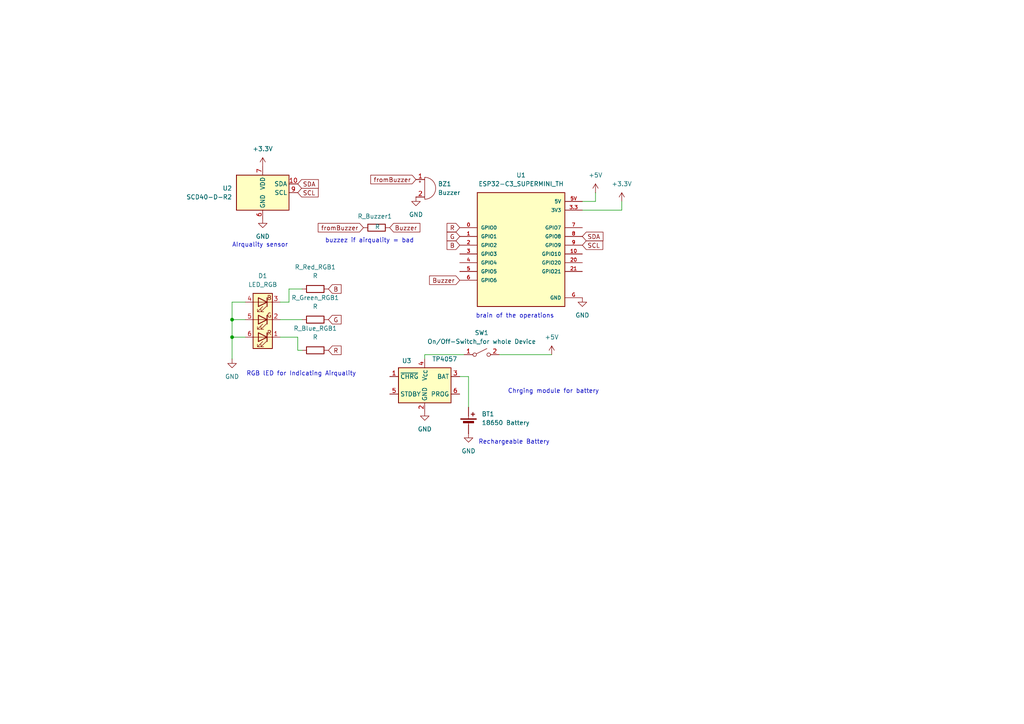
<source format=kicad_sch>
(kicad_sch
	(version 20250114)
	(generator "eeschema")
	(generator_version "9.0")
	(uuid "45a401b7-582f-4204-a86b-5648455f4628")
	(paper "A4")
	(lib_symbols
		(symbol "Battery_Management:TP4057"
			(exclude_from_sim no)
			(in_bom yes)
			(on_board yes)
			(property "Reference" "U"
				(at -6.35 6.604 0)
				(effects
					(font
						(size 1.27 1.27)
					)
				)
			)
			(property "Value" "TP4057"
				(at 1.524 6.604 0)
				(effects
					(font
						(size 1.27 1.27)
					)
					(justify left)
				)
			)
			(property "Footprint" "Package_TO_SOT_SMD:TSOT-23-6"
				(at 0 -12.7 0)
				(effects
					(font
						(size 1.27 1.27)
					)
					(hide yes)
				)
			)
			(property "Datasheet" "http://toppwr.com/uploadfile/file/20230304/640302a47b738.pdf"
				(at 0 -2.54 0)
				(effects
					(font
						(size 1.27 1.27)
					)
					(hide yes)
				)
			)
			(property "Description" "Constant-current/constant-voltage linear charger for single cell lithium-ion batteries with 2.9V Trickle Charge, 4.5V to 6.5V VDD, -40 to +85 degree Celsius, TSOT-23-6"
				(at 0 0 0)
				(effects
					(font
						(size 1.27 1.27)
					)
					(hide yes)
				)
			)
			(property "ki_keywords" "Constant-current constant-voltage linear charger single-cell lithium-ion battery"
				(at 0 0 0)
				(effects
					(font
						(size 1.27 1.27)
					)
					(hide yes)
				)
			)
			(property "ki_fp_filters" "TSOT?23*"
				(at 0 0 0)
				(effects
					(font
						(size 1.27 1.27)
					)
					(hide yes)
				)
			)
			(symbol "TP4057_0_1"
				(rectangle
					(start -7.62 5.08)
					(end 7.62 -5.08)
					(stroke
						(width 0.254)
						(type default)
					)
					(fill
						(type background)
					)
				)
			)
			(symbol "TP4057_1_1"
				(pin open_collector line
					(at -10.16 2.54 0)
					(length 2.54)
					(name "~{CHRG}"
						(effects
							(font
								(size 1.27 1.27)
							)
						)
					)
					(number "1"
						(effects
							(font
								(size 1.27 1.27)
							)
						)
					)
				)
				(pin open_collector line
					(at -10.16 -2.54 0)
					(length 2.54)
					(name "STDBY"
						(effects
							(font
								(size 1.27 1.27)
							)
						)
					)
					(number "5"
						(effects
							(font
								(size 1.27 1.27)
							)
						)
					)
				)
				(pin power_in line
					(at 0 7.62 270)
					(length 2.54)
					(name "V_{CC}"
						(effects
							(font
								(size 1.27 1.27)
							)
						)
					)
					(number "4"
						(effects
							(font
								(size 1.27 1.27)
							)
						)
					)
				)
				(pin power_in line
					(at 0 -7.62 90)
					(length 2.54)
					(name "GND"
						(effects
							(font
								(size 1.27 1.27)
							)
						)
					)
					(number "2"
						(effects
							(font
								(size 1.27 1.27)
							)
						)
					)
				)
				(pin power_out line
					(at 10.16 2.54 180)
					(length 2.54)
					(name "BAT"
						(effects
							(font
								(size 1.27 1.27)
							)
						)
					)
					(number "3"
						(effects
							(font
								(size 1.27 1.27)
							)
						)
					)
				)
				(pin passive line
					(at 10.16 -2.54 180)
					(length 2.54)
					(name "PROG"
						(effects
							(font
								(size 1.27 1.27)
							)
						)
					)
					(number "6"
						(effects
							(font
								(size 1.27 1.27)
							)
						)
					)
				)
			)
			(embedded_fonts no)
		)
		(symbol "Device:Battery_Cell"
			(pin_numbers
				(hide yes)
			)
			(pin_names
				(offset 0)
				(hide yes)
			)
			(exclude_from_sim no)
			(in_bom yes)
			(on_board yes)
			(property "Reference" "BT"
				(at 2.54 2.54 0)
				(effects
					(font
						(size 1.27 1.27)
					)
					(justify left)
				)
			)
			(property "Value" "Battery_Cell"
				(at 2.54 0 0)
				(effects
					(font
						(size 1.27 1.27)
					)
					(justify left)
				)
			)
			(property "Footprint" ""
				(at 0 1.524 90)
				(effects
					(font
						(size 1.27 1.27)
					)
					(hide yes)
				)
			)
			(property "Datasheet" "~"
				(at 0 1.524 90)
				(effects
					(font
						(size 1.27 1.27)
					)
					(hide yes)
				)
			)
			(property "Description" "Single-cell battery"
				(at 0 0 0)
				(effects
					(font
						(size 1.27 1.27)
					)
					(hide yes)
				)
			)
			(property "ki_keywords" "battery cell"
				(at 0 0 0)
				(effects
					(font
						(size 1.27 1.27)
					)
					(hide yes)
				)
			)
			(symbol "Battery_Cell_0_1"
				(rectangle
					(start -2.286 1.778)
					(end 2.286 1.524)
					(stroke
						(width 0)
						(type default)
					)
					(fill
						(type outline)
					)
				)
				(rectangle
					(start -1.524 1.016)
					(end 1.524 0.508)
					(stroke
						(width 0)
						(type default)
					)
					(fill
						(type outline)
					)
				)
				(polyline
					(pts
						(xy 0 1.778) (xy 0 2.54)
					)
					(stroke
						(width 0)
						(type default)
					)
					(fill
						(type none)
					)
				)
				(polyline
					(pts
						(xy 0 0.762) (xy 0 0)
					)
					(stroke
						(width 0)
						(type default)
					)
					(fill
						(type none)
					)
				)
				(polyline
					(pts
						(xy 0.762 3.048) (xy 1.778 3.048)
					)
					(stroke
						(width 0.254)
						(type default)
					)
					(fill
						(type none)
					)
				)
				(polyline
					(pts
						(xy 1.27 3.556) (xy 1.27 2.54)
					)
					(stroke
						(width 0.254)
						(type default)
					)
					(fill
						(type none)
					)
				)
			)
			(symbol "Battery_Cell_1_1"
				(pin passive line
					(at 0 5.08 270)
					(length 2.54)
					(name "+"
						(effects
							(font
								(size 1.27 1.27)
							)
						)
					)
					(number "1"
						(effects
							(font
								(size 1.27 1.27)
							)
						)
					)
				)
				(pin passive line
					(at 0 -2.54 90)
					(length 2.54)
					(name "-"
						(effects
							(font
								(size 1.27 1.27)
							)
						)
					)
					(number "2"
						(effects
							(font
								(size 1.27 1.27)
							)
						)
					)
				)
			)
			(embedded_fonts no)
		)
		(symbol "Device:Buzzer"
			(pin_names
				(offset 0.0254)
				(hide yes)
			)
			(exclude_from_sim no)
			(in_bom yes)
			(on_board yes)
			(property "Reference" "BZ"
				(at 3.81 1.27 0)
				(effects
					(font
						(size 1.27 1.27)
					)
					(justify left)
				)
			)
			(property "Value" "Buzzer"
				(at 3.81 -1.27 0)
				(effects
					(font
						(size 1.27 1.27)
					)
					(justify left)
				)
			)
			(property "Footprint" ""
				(at -0.635 2.54 90)
				(effects
					(font
						(size 1.27 1.27)
					)
					(hide yes)
				)
			)
			(property "Datasheet" "~"
				(at -0.635 2.54 90)
				(effects
					(font
						(size 1.27 1.27)
					)
					(hide yes)
				)
			)
			(property "Description" "Buzzer, polarized"
				(at 0 0 0)
				(effects
					(font
						(size 1.27 1.27)
					)
					(hide yes)
				)
			)
			(property "ki_keywords" "quartz resonator ceramic"
				(at 0 0 0)
				(effects
					(font
						(size 1.27 1.27)
					)
					(hide yes)
				)
			)
			(property "ki_fp_filters" "*Buzzer*"
				(at 0 0 0)
				(effects
					(font
						(size 1.27 1.27)
					)
					(hide yes)
				)
			)
			(symbol "Buzzer_0_1"
				(polyline
					(pts
						(xy -1.651 1.905) (xy -1.143 1.905)
					)
					(stroke
						(width 0)
						(type default)
					)
					(fill
						(type none)
					)
				)
				(polyline
					(pts
						(xy -1.397 2.159) (xy -1.397 1.651)
					)
					(stroke
						(width 0)
						(type default)
					)
					(fill
						(type none)
					)
				)
				(arc
					(start 0 3.175)
					(mid 3.1612 0)
					(end 0 -3.175)
					(stroke
						(width 0)
						(type default)
					)
					(fill
						(type none)
					)
				)
				(polyline
					(pts
						(xy 0 3.175) (xy 0 -3.175)
					)
					(stroke
						(width 0)
						(type default)
					)
					(fill
						(type none)
					)
				)
			)
			(symbol "Buzzer_1_1"
				(pin passive line
					(at -2.54 2.54 0)
					(length 2.54)
					(name "+"
						(effects
							(font
								(size 1.27 1.27)
							)
						)
					)
					(number "1"
						(effects
							(font
								(size 1.27 1.27)
							)
						)
					)
				)
				(pin passive line
					(at -2.54 -2.54 0)
					(length 2.54)
					(name "-"
						(effects
							(font
								(size 1.27 1.27)
							)
						)
					)
					(number "2"
						(effects
							(font
								(size 1.27 1.27)
							)
						)
					)
				)
			)
			(embedded_fonts no)
		)
		(symbol "Device:LED_RGB"
			(pin_names
				(offset 0)
				(hide yes)
			)
			(exclude_from_sim no)
			(in_bom yes)
			(on_board yes)
			(property "Reference" "D"
				(at 0 9.398 0)
				(effects
					(font
						(size 1.27 1.27)
					)
				)
			)
			(property "Value" "LED_RGB"
				(at 0 -8.89 0)
				(effects
					(font
						(size 1.27 1.27)
					)
				)
			)
			(property "Footprint" ""
				(at 0 -1.27 0)
				(effects
					(font
						(size 1.27 1.27)
					)
					(hide yes)
				)
			)
			(property "Datasheet" "~"
				(at 0 -1.27 0)
				(effects
					(font
						(size 1.27 1.27)
					)
					(hide yes)
				)
			)
			(property "Description" "RGB LED, 6 pin package"
				(at 0 0 0)
				(effects
					(font
						(size 1.27 1.27)
					)
					(hide yes)
				)
			)
			(property "ki_keywords" "LED RGB diode"
				(at 0 0 0)
				(effects
					(font
						(size 1.27 1.27)
					)
					(hide yes)
				)
			)
			(property "ki_fp_filters" "LED* LED_SMD:* LED_THT:*"
				(at 0 0 0)
				(effects
					(font
						(size 1.27 1.27)
					)
					(hide yes)
				)
			)
			(symbol "LED_RGB_0_0"
				(text "R"
					(at -1.905 3.81 0)
					(effects
						(font
							(size 1.27 1.27)
						)
					)
				)
				(text "G"
					(at -1.905 -1.27 0)
					(effects
						(font
							(size 1.27 1.27)
						)
					)
				)
				(text "B"
					(at -1.905 -6.35 0)
					(effects
						(font
							(size 1.27 1.27)
						)
					)
				)
			)
			(symbol "LED_RGB_0_1"
				(polyline
					(pts
						(xy -1.27 6.35) (xy -1.27 3.81)
					)
					(stroke
						(width 0.254)
						(type default)
					)
					(fill
						(type none)
					)
				)
				(polyline
					(pts
						(xy -1.27 6.35) (xy -1.27 3.81) (xy -1.27 3.81)
					)
					(stroke
						(width 0)
						(type default)
					)
					(fill
						(type none)
					)
				)
				(polyline
					(pts
						(xy -1.27 5.08) (xy -2.54 5.08)
					)
					(stroke
						(width 0)
						(type default)
					)
					(fill
						(type none)
					)
				)
				(polyline
					(pts
						(xy -1.27 5.08) (xy 1.27 5.08)
					)
					(stroke
						(width 0)
						(type default)
					)
					(fill
						(type none)
					)
				)
				(polyline
					(pts
						(xy -1.27 1.27) (xy -1.27 -1.27)
					)
					(stroke
						(width 0.254)
						(type default)
					)
					(fill
						(type none)
					)
				)
				(polyline
					(pts
						(xy -1.27 1.27) (xy -1.27 -1.27) (xy -1.27 -1.27)
					)
					(stroke
						(width 0)
						(type default)
					)
					(fill
						(type none)
					)
				)
				(polyline
					(pts
						(xy -1.27 0) (xy -2.54 0)
					)
					(stroke
						(width 0)
						(type default)
					)
					(fill
						(type none)
					)
				)
				(polyline
					(pts
						(xy -1.27 -3.81) (xy -1.27 -6.35)
					)
					(stroke
						(width 0.254)
						(type default)
					)
					(fill
						(type none)
					)
				)
				(polyline
					(pts
						(xy -1.27 -5.08) (xy -2.54 -5.08)
					)
					(stroke
						(width 0)
						(type default)
					)
					(fill
						(type none)
					)
				)
				(polyline
					(pts
						(xy -1.27 -5.08) (xy 1.27 -5.08)
					)
					(stroke
						(width 0)
						(type default)
					)
					(fill
						(type none)
					)
				)
				(polyline
					(pts
						(xy -1.016 6.35) (xy 0.508 7.874) (xy -0.254 7.874) (xy 0.508 7.874) (xy 0.508 7.112)
					)
					(stroke
						(width 0)
						(type default)
					)
					(fill
						(type none)
					)
				)
				(polyline
					(pts
						(xy -1.016 1.27) (xy 0.508 2.794) (xy -0.254 2.794) (xy 0.508 2.794) (xy 0.508 2.032)
					)
					(stroke
						(width 0)
						(type default)
					)
					(fill
						(type none)
					)
				)
				(polyline
					(pts
						(xy -1.016 -3.81) (xy 0.508 -2.286) (xy -0.254 -2.286) (xy 0.508 -2.286) (xy 0.508 -3.048)
					)
					(stroke
						(width 0)
						(type default)
					)
					(fill
						(type none)
					)
				)
				(polyline
					(pts
						(xy 0 6.35) (xy 1.524 7.874) (xy 0.762 7.874) (xy 1.524 7.874) (xy 1.524 7.112)
					)
					(stroke
						(width 0)
						(type default)
					)
					(fill
						(type none)
					)
				)
				(polyline
					(pts
						(xy 0 1.27) (xy 1.524 2.794) (xy 0.762 2.794) (xy 1.524 2.794) (xy 1.524 2.032)
					)
					(stroke
						(width 0)
						(type default)
					)
					(fill
						(type none)
					)
				)
				(polyline
					(pts
						(xy 0 -3.81) (xy 1.524 -2.286) (xy 0.762 -2.286) (xy 1.524 -2.286) (xy 1.524 -3.048)
					)
					(stroke
						(width 0)
						(type default)
					)
					(fill
						(type none)
					)
				)
				(polyline
					(pts
						(xy 1.27 6.35) (xy 1.27 3.81) (xy -1.27 5.08) (xy 1.27 6.35)
					)
					(stroke
						(width 0.254)
						(type default)
					)
					(fill
						(type none)
					)
				)
				(rectangle
					(start 1.27 6.35)
					(end 1.27 6.35)
					(stroke
						(width 0)
						(type default)
					)
					(fill
						(type none)
					)
				)
				(polyline
					(pts
						(xy 1.27 5.08) (xy 2.54 5.08)
					)
					(stroke
						(width 0)
						(type default)
					)
					(fill
						(type none)
					)
				)
				(rectangle
					(start 1.27 3.81)
					(end 1.27 6.35)
					(stroke
						(width 0)
						(type default)
					)
					(fill
						(type none)
					)
				)
				(polyline
					(pts
						(xy 1.27 1.27) (xy 1.27 -1.27) (xy -1.27 0) (xy 1.27 1.27)
					)
					(stroke
						(width 0.254)
						(type default)
					)
					(fill
						(type none)
					)
				)
				(rectangle
					(start 1.27 1.27)
					(end 1.27 1.27)
					(stroke
						(width 0)
						(type default)
					)
					(fill
						(type none)
					)
				)
				(polyline
					(pts
						(xy 1.27 0) (xy -1.27 0)
					)
					(stroke
						(width 0)
						(type default)
					)
					(fill
						(type none)
					)
				)
				(polyline
					(pts
						(xy 1.27 0) (xy 2.54 0)
					)
					(stroke
						(width 0)
						(type default)
					)
					(fill
						(type none)
					)
				)
				(rectangle
					(start 1.27 -1.27)
					(end 1.27 1.27)
					(stroke
						(width 0)
						(type default)
					)
					(fill
						(type none)
					)
				)
				(polyline
					(pts
						(xy 1.27 -3.81) (xy 1.27 -6.35) (xy -1.27 -5.08) (xy 1.27 -3.81)
					)
					(stroke
						(width 0.254)
						(type default)
					)
					(fill
						(type none)
					)
				)
				(polyline
					(pts
						(xy 1.27 -5.08) (xy 2.54 -5.08)
					)
					(stroke
						(width 0)
						(type default)
					)
					(fill
						(type none)
					)
				)
				(rectangle
					(start 2.794 8.382)
					(end -2.794 -7.62)
					(stroke
						(width 0.254)
						(type default)
					)
					(fill
						(type background)
					)
				)
			)
			(symbol "LED_RGB_1_1"
				(pin passive line
					(at -5.08 5.08 0)
					(length 2.54)
					(name "RK"
						(effects
							(font
								(size 1.27 1.27)
							)
						)
					)
					(number "1"
						(effects
							(font
								(size 1.27 1.27)
							)
						)
					)
				)
				(pin passive line
					(at -5.08 0 0)
					(length 2.54)
					(name "GK"
						(effects
							(font
								(size 1.27 1.27)
							)
						)
					)
					(number "2"
						(effects
							(font
								(size 1.27 1.27)
							)
						)
					)
				)
				(pin passive line
					(at -5.08 -5.08 0)
					(length 2.54)
					(name "BK"
						(effects
							(font
								(size 1.27 1.27)
							)
						)
					)
					(number "3"
						(effects
							(font
								(size 1.27 1.27)
							)
						)
					)
				)
				(pin passive line
					(at 5.08 5.08 180)
					(length 2.54)
					(name "RA"
						(effects
							(font
								(size 1.27 1.27)
							)
						)
					)
					(number "6"
						(effects
							(font
								(size 1.27 1.27)
							)
						)
					)
				)
				(pin passive line
					(at 5.08 0 180)
					(length 2.54)
					(name "GA"
						(effects
							(font
								(size 1.27 1.27)
							)
						)
					)
					(number "5"
						(effects
							(font
								(size 1.27 1.27)
							)
						)
					)
				)
				(pin passive line
					(at 5.08 -5.08 180)
					(length 2.54)
					(name "BA"
						(effects
							(font
								(size 1.27 1.27)
							)
						)
					)
					(number "4"
						(effects
							(font
								(size 1.27 1.27)
							)
						)
					)
				)
			)
			(embedded_fonts no)
		)
		(symbol "Device:R"
			(pin_numbers
				(hide yes)
			)
			(pin_names
				(offset 0)
			)
			(exclude_from_sim no)
			(in_bom yes)
			(on_board yes)
			(property "Reference" "R"
				(at 2.032 0 90)
				(effects
					(font
						(size 1.27 1.27)
					)
				)
			)
			(property "Value" "R"
				(at 0 0 90)
				(effects
					(font
						(size 1.27 1.27)
					)
				)
			)
			(property "Footprint" ""
				(at -1.778 0 90)
				(effects
					(font
						(size 1.27 1.27)
					)
					(hide yes)
				)
			)
			(property "Datasheet" "~"
				(at 0 0 0)
				(effects
					(font
						(size 1.27 1.27)
					)
					(hide yes)
				)
			)
			(property "Description" "Resistor"
				(at 0 0 0)
				(effects
					(font
						(size 1.27 1.27)
					)
					(hide yes)
				)
			)
			(property "ki_keywords" "R res resistor"
				(at 0 0 0)
				(effects
					(font
						(size 1.27 1.27)
					)
					(hide yes)
				)
			)
			(property "ki_fp_filters" "R_*"
				(at 0 0 0)
				(effects
					(font
						(size 1.27 1.27)
					)
					(hide yes)
				)
			)
			(symbol "R_0_1"
				(rectangle
					(start -1.016 -2.54)
					(end 1.016 2.54)
					(stroke
						(width 0.254)
						(type default)
					)
					(fill
						(type none)
					)
				)
			)
			(symbol "R_1_1"
				(pin passive line
					(at 0 3.81 270)
					(length 1.27)
					(name "~"
						(effects
							(font
								(size 1.27 1.27)
							)
						)
					)
					(number "1"
						(effects
							(font
								(size 1.27 1.27)
							)
						)
					)
				)
				(pin passive line
					(at 0 -3.81 90)
					(length 1.27)
					(name "~"
						(effects
							(font
								(size 1.27 1.27)
							)
						)
					)
					(number "2"
						(effects
							(font
								(size 1.27 1.27)
							)
						)
					)
				)
			)
			(embedded_fonts no)
		)
		(symbol "Sensor_Gas:SCD41-D-R2"
			(exclude_from_sim no)
			(in_bom yes)
			(on_board yes)
			(property "Reference" "U"
				(at -7.62 6.35 0)
				(effects
					(font
						(size 1.27 1.27)
					)
				)
			)
			(property "Value" "SCD41-D-R2"
				(at 6.985 6.35 0)
				(effects
					(font
						(size 1.27 1.27)
					)
				)
			)
			(property "Footprint" "Sensor:Sensirion_SCD4x-1EP_10.1x10.1mm_P1.25mm_EP4.8x4.8mm"
				(at 0 0 0)
				(effects
					(font
						(size 1.27 1.27)
					)
					(hide yes)
				)
			)
			(property "Datasheet" "https://sensirion.com/media/documents/E0F04247/631EF271/CD_DS_SCD40_SCD41_Datasheet_D1.pdf"
				(at 0 0 0)
				(effects
					(font
						(size 1.27 1.27)
					)
					(hide yes)
				)
			)
			(property "Description" "Photoacoustic CO2 sensor, 40 000 ppm, I2C, 2.4-5.5 V, High accuracy  400 - 5000 ppm"
				(at 0 0 0)
				(effects
					(font
						(size 1.27 1.27)
					)
					(hide yes)
				)
			)
			(property "ki_keywords" "CO2 sensor I2C"
				(at 0 0 0)
				(effects
					(font
						(size 1.27 1.27)
					)
					(hide yes)
				)
			)
			(property "ki_fp_filters" "Sensirion*SCD4?*"
				(at 0 0 0)
				(effects
					(font
						(size 1.27 1.27)
					)
					(hide yes)
				)
			)
			(symbol "SCD41-D-R2_0_1"
				(rectangle
					(start 7.62 5.08)
					(end -7.62 -5.08)
					(stroke
						(width 0.254)
						(type default)
					)
					(fill
						(type background)
					)
				)
			)
			(symbol "SCD41-D-R2_1_1"
				(pin passive line
					(at 0 7.62 270)
					(length 2.54)
					(hide yes)
					(name "VDD"
						(effects
							(font
								(size 1.27 1.27)
							)
						)
					)
					(number "19"
						(effects
							(font
								(size 1.27 1.27)
							)
						)
					)
				)
				(pin power_in line
					(at 0 7.62 270)
					(length 2.54)
					(name "VDD"
						(effects
							(font
								(size 1.27 1.27)
							)
						)
					)
					(number "7"
						(effects
							(font
								(size 1.27 1.27)
							)
						)
					)
				)
				(pin passive line
					(at 0 -7.62 90)
					(length 2.54)
					(hide yes)
					(name "GND"
						(effects
							(font
								(size 1.27 1.27)
							)
						)
					)
					(number "20"
						(effects
							(font
								(size 1.27 1.27)
							)
						)
					)
				)
				(pin passive line
					(at 0 -7.62 90)
					(length 2.54)
					(hide yes)
					(name "GND"
						(effects
							(font
								(size 1.27 1.27)
							)
						)
					)
					(number "21"
						(effects
							(font
								(size 1.27 1.27)
							)
						)
					)
				)
				(pin power_in line
					(at 0 -7.62 90)
					(length 2.54)
					(name "GND"
						(effects
							(font
								(size 1.27 1.27)
							)
						)
					)
					(number "6"
						(effects
							(font
								(size 1.27 1.27)
							)
						)
					)
				)
				(pin bidirectional line
					(at 10.16 2.54 180)
					(length 2.54)
					(name "SDA"
						(effects
							(font
								(size 1.27 1.27)
							)
						)
					)
					(number "10"
						(effects
							(font
								(size 1.27 1.27)
							)
						)
					)
				)
				(pin input line
					(at 10.16 0 180)
					(length 2.54)
					(name "SCL"
						(effects
							(font
								(size 1.27 1.27)
							)
						)
					)
					(number "9"
						(effects
							(font
								(size 1.27 1.27)
							)
						)
					)
				)
			)
			(embedded_fonts no)
		)
		(symbol "Switch:SW_SPST"
			(pin_names
				(offset 0)
				(hide yes)
			)
			(exclude_from_sim no)
			(in_bom yes)
			(on_board yes)
			(property "Reference" "SW"
				(at 0 3.175 0)
				(effects
					(font
						(size 1.27 1.27)
					)
				)
			)
			(property "Value" "SW_SPST"
				(at 0 -2.54 0)
				(effects
					(font
						(size 1.27 1.27)
					)
				)
			)
			(property "Footprint" ""
				(at 0 0 0)
				(effects
					(font
						(size 1.27 1.27)
					)
					(hide yes)
				)
			)
			(property "Datasheet" "~"
				(at 0 0 0)
				(effects
					(font
						(size 1.27 1.27)
					)
					(hide yes)
				)
			)
			(property "Description" "Single Pole Single Throw (SPST) switch"
				(at 0 0 0)
				(effects
					(font
						(size 1.27 1.27)
					)
					(hide yes)
				)
			)
			(property "ki_keywords" "switch lever"
				(at 0 0 0)
				(effects
					(font
						(size 1.27 1.27)
					)
					(hide yes)
				)
			)
			(symbol "SW_SPST_0_0"
				(circle
					(center -2.032 0)
					(radius 0.508)
					(stroke
						(width 0)
						(type default)
					)
					(fill
						(type none)
					)
				)
				(polyline
					(pts
						(xy -1.524 0.254) (xy 1.524 1.778)
					)
					(stroke
						(width 0)
						(type default)
					)
					(fill
						(type none)
					)
				)
				(circle
					(center 2.032 0)
					(radius 0.508)
					(stroke
						(width 0)
						(type default)
					)
					(fill
						(type none)
					)
				)
			)
			(symbol "SW_SPST_1_1"
				(pin passive line
					(at -5.08 0 0)
					(length 2.54)
					(name "A"
						(effects
							(font
								(size 1.27 1.27)
							)
						)
					)
					(number "1"
						(effects
							(font
								(size 1.27 1.27)
							)
						)
					)
				)
				(pin passive line
					(at 5.08 0 180)
					(length 2.54)
					(name "B"
						(effects
							(font
								(size 1.27 1.27)
							)
						)
					)
					(number "2"
						(effects
							(font
								(size 1.27 1.27)
							)
						)
					)
				)
			)
			(embedded_fonts no)
		)
		(symbol "esp32_c3_supermini:ESP32-C3_SUPERMINI_TH"
			(pin_names
				(offset 1.016)
			)
			(exclude_from_sim no)
			(in_bom yes)
			(on_board yes)
			(property "Reference" "U"
				(at -12.7 16.002 0)
				(effects
					(font
						(size 1.27 1.27)
					)
					(justify left bottom)
				)
			)
			(property "Value" "ESP32-C3_SUPERMINI_TH"
				(at -12.7 -20.32 0)
				(effects
					(font
						(size 1.27 1.27)
					)
					(justify left bottom)
				)
			)
			(property "Footprint" "ESP32-C3_SUPERMINI_TH:MODULE_ESP32-C3_SUPERMINI_TH"
				(at 0 0 0)
				(effects
					(font
						(size 1.27 1.27)
					)
					(justify bottom)
					(hide yes)
				)
			)
			(property "Datasheet" ""
				(at 0 0 0)
				(effects
					(font
						(size 1.27 1.27)
					)
					(hide yes)
				)
			)
			(property "Description" ""
				(at 0 0 0)
				(effects
					(font
						(size 1.27 1.27)
					)
					(hide yes)
				)
			)
			(property "MF" "Espressif Systems"
				(at 0 0 0)
				(effects
					(font
						(size 1.27 1.27)
					)
					(justify bottom)
					(hide yes)
				)
			)
			(property "Description_1" "Super tiny ESP32-C3 board"
				(at 0 0 0)
				(effects
					(font
						(size 1.27 1.27)
					)
					(justify bottom)
					(hide yes)
				)
			)
			(property "CREATOR" "DIZAR"
				(at 0 0 0)
				(effects
					(font
						(size 1.27 1.27)
					)
					(justify bottom)
					(hide yes)
				)
			)
			(property "Price" "None"
				(at 0 0 0)
				(effects
					(font
						(size 1.27 1.27)
					)
					(justify bottom)
					(hide yes)
				)
			)
			(property "Package" "Package"
				(at 0 0 0)
				(effects
					(font
						(size 1.27 1.27)
					)
					(justify bottom)
					(hide yes)
				)
			)
			(property "Check_prices" "https://www.snapeda.com/parts/ESP32-C3%20SuperMini_TH/Espressif+Systems/view-part/?ref=eda"
				(at 0 0 0)
				(effects
					(font
						(size 1.27 1.27)
					)
					(justify bottom)
					(hide yes)
				)
			)
			(property "STANDARD" "IPC-7351B"
				(at 0 0 0)
				(effects
					(font
						(size 1.27 1.27)
					)
					(justify bottom)
					(hide yes)
				)
			)
			(property "VERIFIER" ""
				(at 0 0 0)
				(effects
					(font
						(size 1.27 1.27)
					)
					(justify bottom)
					(hide yes)
				)
			)
			(property "SnapEDA_Link" "https://www.snapeda.com/parts/ESP32-C3%20SuperMini_TH/Espressif+Systems/view-part/?ref=snap"
				(at 0 0 0)
				(effects
					(font
						(size 1.27 1.27)
					)
					(justify bottom)
					(hide yes)
				)
			)
			(property "MP" "ESP32-C3 SuperMini_TH"
				(at 0 0 0)
				(effects
					(font
						(size 1.27 1.27)
					)
					(justify bottom)
					(hide yes)
				)
			)
			(property "Availability" "Not in stock"
				(at 0 0 0)
				(effects
					(font
						(size 1.27 1.27)
					)
					(justify bottom)
					(hide yes)
				)
			)
			(property "MANUFACTURER" "Espressif Systems"
				(at 0 0 0)
				(effects
					(font
						(size 1.27 1.27)
					)
					(justify bottom)
					(hide yes)
				)
			)
			(symbol "ESP32-C3_SUPERMINI_TH_0_0"
				(rectangle
					(start -12.7 -17.78)
					(end 12.7 15.24)
					(stroke
						(width 0.254)
						(type default)
					)
					(fill
						(type background)
					)
				)
				(pin bidirectional line
					(at -17.78 5.08 0)
					(length 5.08)
					(name "GPIO0"
						(effects
							(font
								(size 1.016 1.016)
							)
						)
					)
					(number "0"
						(effects
							(font
								(size 1.016 1.016)
							)
						)
					)
				)
				(pin bidirectional line
					(at -17.78 2.54 0)
					(length 5.08)
					(name "GPIO1"
						(effects
							(font
								(size 1.016 1.016)
							)
						)
					)
					(number "1"
						(effects
							(font
								(size 1.016 1.016)
							)
						)
					)
				)
				(pin bidirectional line
					(at -17.78 0 0)
					(length 5.08)
					(name "GPIO2"
						(effects
							(font
								(size 1.016 1.016)
							)
						)
					)
					(number "2"
						(effects
							(font
								(size 1.016 1.016)
							)
						)
					)
				)
				(pin bidirectional line
					(at -17.78 -2.54 0)
					(length 5.08)
					(name "GPIO3"
						(effects
							(font
								(size 1.016 1.016)
							)
						)
					)
					(number "3"
						(effects
							(font
								(size 1.016 1.016)
							)
						)
					)
				)
				(pin bidirectional line
					(at -17.78 -5.08 0)
					(length 5.08)
					(name "GPIO4"
						(effects
							(font
								(size 1.016 1.016)
							)
						)
					)
					(number "4"
						(effects
							(font
								(size 1.016 1.016)
							)
						)
					)
				)
				(pin bidirectional line
					(at -17.78 -7.62 0)
					(length 5.08)
					(name "GPIO5"
						(effects
							(font
								(size 1.016 1.016)
							)
						)
					)
					(number "5"
						(effects
							(font
								(size 1.016 1.016)
							)
						)
					)
				)
				(pin bidirectional line
					(at -17.78 -10.16 0)
					(length 5.08)
					(name "GPIO6"
						(effects
							(font
								(size 1.016 1.016)
							)
						)
					)
					(number "6"
						(effects
							(font
								(size 1.016 1.016)
							)
						)
					)
				)
				(pin power_in line
					(at 17.78 12.7 180)
					(length 5.08)
					(name "5V"
						(effects
							(font
								(size 1.016 1.016)
							)
						)
					)
					(number "5V"
						(effects
							(font
								(size 1.016 1.016)
							)
						)
					)
				)
				(pin power_in line
					(at 17.78 10.16 180)
					(length 5.08)
					(name "3V3"
						(effects
							(font
								(size 1.016 1.016)
							)
						)
					)
					(number "3.3"
						(effects
							(font
								(size 1.016 1.016)
							)
						)
					)
				)
				(pin bidirectional line
					(at 17.78 5.08 180)
					(length 5.08)
					(name "GPIO7"
						(effects
							(font
								(size 1.016 1.016)
							)
						)
					)
					(number "7"
						(effects
							(font
								(size 1.016 1.016)
							)
						)
					)
				)
				(pin bidirectional line
					(at 17.78 2.54 180)
					(length 5.08)
					(name "GPIO8"
						(effects
							(font
								(size 1.016 1.016)
							)
						)
					)
					(number "8"
						(effects
							(font
								(size 1.016 1.016)
							)
						)
					)
				)
				(pin bidirectional line
					(at 17.78 0 180)
					(length 5.08)
					(name "GPIO9"
						(effects
							(font
								(size 1.016 1.016)
							)
						)
					)
					(number "9"
						(effects
							(font
								(size 1.016 1.016)
							)
						)
					)
				)
				(pin bidirectional line
					(at 17.78 -2.54 180)
					(length 5.08)
					(name "GPIO10"
						(effects
							(font
								(size 1.016 1.016)
							)
						)
					)
					(number "10"
						(effects
							(font
								(size 1.016 1.016)
							)
						)
					)
				)
				(pin bidirectional line
					(at 17.78 -5.08 180)
					(length 5.08)
					(name "GPIO20"
						(effects
							(font
								(size 1.016 1.016)
							)
						)
					)
					(number "20"
						(effects
							(font
								(size 1.016 1.016)
							)
						)
					)
				)
				(pin bidirectional line
					(at 17.78 -7.62 180)
					(length 5.08)
					(name "GPIO21"
						(effects
							(font
								(size 1.016 1.016)
							)
						)
					)
					(number "21"
						(effects
							(font
								(size 1.016 1.016)
							)
						)
					)
				)
				(pin power_in line
					(at 17.78 -15.24 180)
					(length 5.08)
					(name "GND"
						(effects
							(font
								(size 1.016 1.016)
							)
						)
					)
					(number "G"
						(effects
							(font
								(size 1.016 1.016)
							)
						)
					)
				)
			)
			(embedded_fonts no)
		)
		(symbol "power:+3.3V"
			(power)
			(pin_numbers
				(hide yes)
			)
			(pin_names
				(offset 0)
				(hide yes)
			)
			(exclude_from_sim no)
			(in_bom yes)
			(on_board yes)
			(property "Reference" "#PWR"
				(at 0 -3.81 0)
				(effects
					(font
						(size 1.27 1.27)
					)
					(hide yes)
				)
			)
			(property "Value" "+3.3V"
				(at 0 3.556 0)
				(effects
					(font
						(size 1.27 1.27)
					)
				)
			)
			(property "Footprint" ""
				(at 0 0 0)
				(effects
					(font
						(size 1.27 1.27)
					)
					(hide yes)
				)
			)
			(property "Datasheet" ""
				(at 0 0 0)
				(effects
					(font
						(size 1.27 1.27)
					)
					(hide yes)
				)
			)
			(property "Description" "Power symbol creates a global label with name \"+3.3V\""
				(at 0 0 0)
				(effects
					(font
						(size 1.27 1.27)
					)
					(hide yes)
				)
			)
			(property "ki_keywords" "global power"
				(at 0 0 0)
				(effects
					(font
						(size 1.27 1.27)
					)
					(hide yes)
				)
			)
			(symbol "+3.3V_0_1"
				(polyline
					(pts
						(xy -0.762 1.27) (xy 0 2.54)
					)
					(stroke
						(width 0)
						(type default)
					)
					(fill
						(type none)
					)
				)
				(polyline
					(pts
						(xy 0 2.54) (xy 0.762 1.27)
					)
					(stroke
						(width 0)
						(type default)
					)
					(fill
						(type none)
					)
				)
				(polyline
					(pts
						(xy 0 0) (xy 0 2.54)
					)
					(stroke
						(width 0)
						(type default)
					)
					(fill
						(type none)
					)
				)
			)
			(symbol "+3.3V_1_1"
				(pin power_in line
					(at 0 0 90)
					(length 0)
					(name "~"
						(effects
							(font
								(size 1.27 1.27)
							)
						)
					)
					(number "1"
						(effects
							(font
								(size 1.27 1.27)
							)
						)
					)
				)
			)
			(embedded_fonts no)
		)
		(symbol "power:+5V"
			(power)
			(pin_numbers
				(hide yes)
			)
			(pin_names
				(offset 0)
				(hide yes)
			)
			(exclude_from_sim no)
			(in_bom yes)
			(on_board yes)
			(property "Reference" "#PWR"
				(at 0 -3.81 0)
				(effects
					(font
						(size 1.27 1.27)
					)
					(hide yes)
				)
			)
			(property "Value" "+5V"
				(at 0 3.556 0)
				(effects
					(font
						(size 1.27 1.27)
					)
				)
			)
			(property "Footprint" ""
				(at 0 0 0)
				(effects
					(font
						(size 1.27 1.27)
					)
					(hide yes)
				)
			)
			(property "Datasheet" ""
				(at 0 0 0)
				(effects
					(font
						(size 1.27 1.27)
					)
					(hide yes)
				)
			)
			(property "Description" "Power symbol creates a global label with name \"+5V\""
				(at 0 0 0)
				(effects
					(font
						(size 1.27 1.27)
					)
					(hide yes)
				)
			)
			(property "ki_keywords" "global power"
				(at 0 0 0)
				(effects
					(font
						(size 1.27 1.27)
					)
					(hide yes)
				)
			)
			(symbol "+5V_0_1"
				(polyline
					(pts
						(xy -0.762 1.27) (xy 0 2.54)
					)
					(stroke
						(width 0)
						(type default)
					)
					(fill
						(type none)
					)
				)
				(polyline
					(pts
						(xy 0 2.54) (xy 0.762 1.27)
					)
					(stroke
						(width 0)
						(type default)
					)
					(fill
						(type none)
					)
				)
				(polyline
					(pts
						(xy 0 0) (xy 0 2.54)
					)
					(stroke
						(width 0)
						(type default)
					)
					(fill
						(type none)
					)
				)
			)
			(symbol "+5V_1_1"
				(pin power_in line
					(at 0 0 90)
					(length 0)
					(name "~"
						(effects
							(font
								(size 1.27 1.27)
							)
						)
					)
					(number "1"
						(effects
							(font
								(size 1.27 1.27)
							)
						)
					)
				)
			)
			(embedded_fonts no)
		)
		(symbol "power:GND"
			(power)
			(pin_numbers
				(hide yes)
			)
			(pin_names
				(offset 0)
				(hide yes)
			)
			(exclude_from_sim no)
			(in_bom yes)
			(on_board yes)
			(property "Reference" "#PWR"
				(at 0 -6.35 0)
				(effects
					(font
						(size 1.27 1.27)
					)
					(hide yes)
				)
			)
			(property "Value" "GND"
				(at 0 -3.81 0)
				(effects
					(font
						(size 1.27 1.27)
					)
				)
			)
			(property "Footprint" ""
				(at 0 0 0)
				(effects
					(font
						(size 1.27 1.27)
					)
					(hide yes)
				)
			)
			(property "Datasheet" ""
				(at 0 0 0)
				(effects
					(font
						(size 1.27 1.27)
					)
					(hide yes)
				)
			)
			(property "Description" "Power symbol creates a global label with name \"GND\" , ground"
				(at 0 0 0)
				(effects
					(font
						(size 1.27 1.27)
					)
					(hide yes)
				)
			)
			(property "ki_keywords" "global power"
				(at 0 0 0)
				(effects
					(font
						(size 1.27 1.27)
					)
					(hide yes)
				)
			)
			(symbol "GND_0_1"
				(polyline
					(pts
						(xy 0 0) (xy 0 -1.27) (xy 1.27 -1.27) (xy 0 -2.54) (xy -1.27 -1.27) (xy 0 -1.27)
					)
					(stroke
						(width 0)
						(type default)
					)
					(fill
						(type none)
					)
				)
			)
			(symbol "GND_1_1"
				(pin power_in line
					(at 0 0 270)
					(length 0)
					(name "~"
						(effects
							(font
								(size 1.27 1.27)
							)
						)
					)
					(number "1"
						(effects
							(font
								(size 1.27 1.27)
							)
						)
					)
				)
			)
			(embedded_fonts no)
		)
	)
	(text "Rechargeable Battery"
		(exclude_from_sim no)
		(at 149.098 128.27 0)
		(effects
			(font
				(size 1.27 1.27)
			)
		)
		(uuid "3ee22363-13d2-4076-9583-57d5463a4813")
	)
	(text "brain of the operations\n"
		(exclude_from_sim no)
		(at 149.352 91.694 0)
		(effects
			(font
				(size 1.27 1.27)
			)
		)
		(uuid "9ecb938f-8eb4-470f-80d8-82f05a5ca5a7")
	)
	(text "Chrging module for battery\n"
		(exclude_from_sim no)
		(at 160.528 113.538 0)
		(effects
			(font
				(size 1.27 1.27)
			)
		)
		(uuid "a3e3a610-8b9c-4e82-a096-b687cb5499c3")
	)
	(text "buzzez if airquality = bad\n"
		(exclude_from_sim no)
		(at 107.188 69.85 0)
		(effects
			(font
				(size 1.27 1.27)
			)
		)
		(uuid "c4181e77-7d22-4821-8baa-3d46fe649dc0")
	)
	(text "AIrquality sensor\n"
		(exclude_from_sim no)
		(at 75.438 71.12 0)
		(effects
			(font
				(size 1.27 1.27)
			)
		)
		(uuid "cfa65825-e53b-40c7-94b0-5e95dccaf41f")
	)
	(text "RGB lED for Indicating Airquality\n"
		(exclude_from_sim no)
		(at 87.376 108.458 0)
		(effects
			(font
				(size 1.27 1.27)
			)
		)
		(uuid "e9eef85a-c1a8-43e1-bcab-1da597336419")
	)
	(junction
		(at 67.31 92.71)
		(diameter 0)
		(color 0 0 0 0)
		(uuid "ad17ab96-f50c-44c3-b118-a992d8126ae9")
	)
	(junction
		(at 67.31 97.79)
		(diameter 0)
		(color 0 0 0 0)
		(uuid "e0ef609c-b49a-44a8-aaff-f2d789299a58")
	)
	(wire
		(pts
			(xy 86.36 101.6) (xy 87.63 101.6)
		)
		(stroke
			(width 0)
			(type default)
		)
		(uuid "0164daf6-2853-496d-a818-2c3cd42a3171")
	)
	(wire
		(pts
			(xy 144.78 102.87) (xy 160.02 102.87)
		)
		(stroke
			(width 0)
			(type default)
		)
		(uuid "02b96563-fe81-4756-a46b-93fa88e3bdcf")
	)
	(wire
		(pts
			(xy 133.35 109.22) (xy 135.89 109.22)
		)
		(stroke
			(width 0)
			(type default)
		)
		(uuid "13b49247-a819-4811-9713-475a17541747")
	)
	(wire
		(pts
			(xy 83.82 87.63) (xy 83.82 83.82)
		)
		(stroke
			(width 0)
			(type default)
		)
		(uuid "1487f321-e98e-4fd8-9f1a-42a63bebb140")
	)
	(wire
		(pts
			(xy 123.19 102.87) (xy 123.19 104.14)
		)
		(stroke
			(width 0)
			(type default)
		)
		(uuid "2405e670-82a6-49de-82b5-0be91c63c65c")
	)
	(wire
		(pts
			(xy 86.36 97.79) (xy 86.36 101.6)
		)
		(stroke
			(width 0)
			(type default)
		)
		(uuid "33b563fb-aad9-4b5a-a598-30a7643ffe2c")
	)
	(wire
		(pts
			(xy 123.19 102.87) (xy 134.62 102.87)
		)
		(stroke
			(width 0)
			(type default)
		)
		(uuid "51a21e36-10ef-4d14-876c-b41cb475eabb")
	)
	(wire
		(pts
			(xy 172.72 55.88) (xy 172.72 58.42)
		)
		(stroke
			(width 0)
			(type default)
		)
		(uuid "5ff7b1f2-ff2f-443a-8f53-90b34df3cad4")
	)
	(wire
		(pts
			(xy 67.31 97.79) (xy 67.31 104.14)
		)
		(stroke
			(width 0)
			(type default)
		)
		(uuid "6ea88e22-508f-432c-b238-ca01721624ef")
	)
	(wire
		(pts
			(xy 67.31 87.63) (xy 67.31 92.71)
		)
		(stroke
			(width 0)
			(type default)
		)
		(uuid "77a45afd-9824-4ab4-aca3-6c7a02918e44")
	)
	(wire
		(pts
			(xy 67.31 97.79) (xy 71.12 97.79)
		)
		(stroke
			(width 0)
			(type default)
		)
		(uuid "832dd516-dfd7-48de-9164-1dea13843bb5")
	)
	(wire
		(pts
			(xy 83.82 83.82) (xy 87.63 83.82)
		)
		(stroke
			(width 0)
			(type default)
		)
		(uuid "8c26cddb-21f0-430a-b055-85421baec91a")
	)
	(wire
		(pts
			(xy 168.91 58.42) (xy 172.72 58.42)
		)
		(stroke
			(width 0)
			(type default)
		)
		(uuid "9366cf9b-3f91-4fe0-8d33-506c5bdfffa0")
	)
	(wire
		(pts
			(xy 81.28 87.63) (xy 83.82 87.63)
		)
		(stroke
			(width 0)
			(type default)
		)
		(uuid "983aea1c-b55f-4875-9178-e07d543ba9b0")
	)
	(wire
		(pts
			(xy 81.28 97.79) (xy 86.36 97.79)
		)
		(stroke
			(width 0)
			(type default)
		)
		(uuid "9b8595b7-acce-4596-a287-b59379789827")
	)
	(wire
		(pts
			(xy 81.28 92.71) (xy 87.63 92.71)
		)
		(stroke
			(width 0)
			(type default)
		)
		(uuid "b4bd49c7-7cac-49d7-9d05-aaac05d5a262")
	)
	(wire
		(pts
			(xy 135.89 109.22) (xy 135.89 118.11)
		)
		(stroke
			(width 0)
			(type default)
		)
		(uuid "b57053c9-f9fb-46e5-bb02-ac4691af3e69")
	)
	(wire
		(pts
			(xy 67.31 92.71) (xy 71.12 92.71)
		)
		(stroke
			(width 0)
			(type default)
		)
		(uuid "bd63f887-75a9-4374-9039-db278db57157")
	)
	(wire
		(pts
			(xy 180.34 60.96) (xy 168.91 60.96)
		)
		(stroke
			(width 0)
			(type default)
		)
		(uuid "c82d3207-1ae5-4324-a371-7f573797576d")
	)
	(wire
		(pts
			(xy 67.31 92.71) (xy 67.31 97.79)
		)
		(stroke
			(width 0)
			(type default)
		)
		(uuid "d94db4d2-83b0-43d5-950c-749ca15e975a")
	)
	(wire
		(pts
			(xy 180.34 58.42) (xy 180.34 60.96)
		)
		(stroke
			(width 0)
			(type default)
		)
		(uuid "de6a33ce-cbd9-4083-9682-ab0eca3a0335")
	)
	(wire
		(pts
			(xy 71.12 87.63) (xy 67.31 87.63)
		)
		(stroke
			(width 0)
			(type default)
		)
		(uuid "f3615ce1-d2ad-421f-84dd-66d00e9a082b")
	)
	(global_label "R"
		(shape input)
		(at 95.25 101.6 0)
		(fields_autoplaced yes)
		(effects
			(font
				(size 1.27 1.27)
			)
			(justify left)
		)
		(uuid "23e09f4a-d3ed-4063-a49d-5afccf11756f")
		(property "Intersheetrefs" "${INTERSHEET_REFS}"
			(at 99.5052 101.6 0)
			(effects
				(font
					(size 1.27 1.27)
				)
				(justify left)
				(hide yes)
			)
		)
	)
	(global_label "B"
		(shape input)
		(at 133.35 71.12 180)
		(fields_autoplaced yes)
		(effects
			(font
				(size 1.27 1.27)
			)
			(justify right)
		)
		(uuid "432c7b0f-0ca8-4623-a050-b88efee1ce8c")
		(property "Intersheetrefs" "${INTERSHEET_REFS}"
			(at 129.0948 71.12 0)
			(effects
				(font
					(size 1.27 1.27)
				)
				(justify right)
				(hide yes)
			)
		)
	)
	(global_label "fromBuzzer"
		(shape input)
		(at 105.41 66.04 180)
		(fields_autoplaced yes)
		(effects
			(font
				(size 1.27 1.27)
			)
			(justify right)
		)
		(uuid "58f37077-496a-4cbf-8ef8-43bf73bc9b99")
		(property "Intersheetrefs" "${INTERSHEET_REFS}"
			(at 91.7206 66.04 0)
			(effects
				(font
					(size 1.27 1.27)
				)
				(justify right)
				(hide yes)
			)
		)
	)
	(global_label "SCL"
		(shape input)
		(at 168.91 71.12 0)
		(fields_autoplaced yes)
		(effects
			(font
				(size 1.27 1.27)
			)
			(justify left)
		)
		(uuid "604192db-00c4-4bdf-9758-baefe677bf18")
		(property "Intersheetrefs" "${INTERSHEET_REFS}"
			(at 175.4028 71.12 0)
			(effects
				(font
					(size 1.27 1.27)
				)
				(justify left)
				(hide yes)
			)
		)
	)
	(global_label "G"
		(shape input)
		(at 133.35 68.58 180)
		(fields_autoplaced yes)
		(effects
			(font
				(size 1.27 1.27)
			)
			(justify right)
		)
		(uuid "654d58ca-7bd8-4c25-a426-1339d8d0c9e3")
		(property "Intersheetrefs" "${INTERSHEET_REFS}"
			(at 129.0948 68.58 0)
			(effects
				(font
					(size 1.27 1.27)
				)
				(justify right)
				(hide yes)
			)
		)
	)
	(global_label "SDA"
		(shape input)
		(at 168.91 68.58 0)
		(fields_autoplaced yes)
		(effects
			(font
				(size 1.27 1.27)
			)
			(justify left)
		)
		(uuid "90812d78-e712-4fb9-a509-45b726fc65de")
		(property "Intersheetrefs" "${INTERSHEET_REFS}"
			(at 175.4633 68.58 0)
			(effects
				(font
					(size 1.27 1.27)
				)
				(justify left)
				(hide yes)
			)
		)
	)
	(global_label "R"
		(shape input)
		(at 133.35 66.04 180)
		(fields_autoplaced yes)
		(effects
			(font
				(size 1.27 1.27)
			)
			(justify right)
		)
		(uuid "936b5070-ee8b-4e3b-8ecd-e6b227a5b512")
		(property "Intersheetrefs" "${INTERSHEET_REFS}"
			(at 129.0948 66.04 0)
			(effects
				(font
					(size 1.27 1.27)
				)
				(justify right)
				(hide yes)
			)
		)
	)
	(global_label "Buzzer"
		(shape input)
		(at 133.35 81.28 180)
		(fields_autoplaced yes)
		(effects
			(font
				(size 1.27 1.27)
			)
			(justify right)
		)
		(uuid "99914439-ef1a-461a-8635-1ffba77e76d5")
		(property "Intersheetrefs" "${INTERSHEET_REFS}"
			(at 124.0148 81.28 0)
			(effects
				(font
					(size 1.27 1.27)
				)
				(justify right)
				(hide yes)
			)
		)
	)
	(global_label "fromBuzzer"
		(shape input)
		(at 120.65 52.07 180)
		(fields_autoplaced yes)
		(effects
			(font
				(size 1.27 1.27)
			)
			(justify right)
		)
		(uuid "ae82308b-5f97-4da4-b036-686e87393c7d")
		(property "Intersheetrefs" "${INTERSHEET_REFS}"
			(at 106.9606 52.07 0)
			(effects
				(font
					(size 1.27 1.27)
				)
				(justify right)
				(hide yes)
			)
		)
	)
	(global_label "SCL"
		(shape input)
		(at 86.36 55.88 0)
		(fields_autoplaced yes)
		(effects
			(font
				(size 1.27 1.27)
			)
			(justify left)
		)
		(uuid "b45758b4-aee9-4863-8fb4-9028503bf9b7")
		(property "Intersheetrefs" "${INTERSHEET_REFS}"
			(at 92.8528 55.88 0)
			(effects
				(font
					(size 1.27 1.27)
				)
				(justify left)
				(hide yes)
			)
		)
	)
	(global_label "B"
		(shape input)
		(at 95.25 83.82 0)
		(fields_autoplaced yes)
		(effects
			(font
				(size 1.27 1.27)
			)
			(justify left)
		)
		(uuid "c5fc80e7-818e-4c29-b8db-28bf6e3164cc")
		(property "Intersheetrefs" "${INTERSHEET_REFS}"
			(at 99.5052 83.82 0)
			(effects
				(font
					(size 1.27 1.27)
				)
				(justify left)
				(hide yes)
			)
		)
	)
	(global_label "Buzzer"
		(shape input)
		(at 113.03 66.04 0)
		(fields_autoplaced yes)
		(effects
			(font
				(size 1.27 1.27)
			)
			(justify left)
		)
		(uuid "ce2a724e-668d-4987-a1e3-0829288cb8d6")
		(property "Intersheetrefs" "${INTERSHEET_REFS}"
			(at 122.3652 66.04 0)
			(effects
				(font
					(size 1.27 1.27)
				)
				(justify left)
				(hide yes)
			)
		)
	)
	(global_label "G"
		(shape input)
		(at 95.25 92.71 0)
		(fields_autoplaced yes)
		(effects
			(font
				(size 1.27 1.27)
			)
			(justify left)
		)
		(uuid "f024263d-c750-48bd-b5e5-775c5346be54")
		(property "Intersheetrefs" "${INTERSHEET_REFS}"
			(at 99.5052 92.71 0)
			(effects
				(font
					(size 1.27 1.27)
				)
				(justify left)
				(hide yes)
			)
		)
	)
	(global_label "SDA"
		(shape input)
		(at 86.36 53.34 0)
		(fields_autoplaced yes)
		(effects
			(font
				(size 1.27 1.27)
			)
			(justify left)
		)
		(uuid "f4f92de5-ecac-474d-9657-79a6def966ef")
		(property "Intersheetrefs" "${INTERSHEET_REFS}"
			(at 92.9133 53.34 0)
			(effects
				(font
					(size 1.27 1.27)
				)
				(justify left)
				(hide yes)
			)
		)
	)
	(symbol
		(lib_id "Device:Battery_Cell")
		(at 135.89 123.19 0)
		(unit 1)
		(exclude_from_sim no)
		(in_bom yes)
		(on_board yes)
		(dnp no)
		(fields_autoplaced yes)
		(uuid "10ca8fde-cabf-4e90-aec2-5702c656e5b1")
		(property "Reference" "BT1"
			(at 139.7 120.0784 0)
			(effects
				(font
					(size 1.27 1.27)
				)
				(justify left)
			)
		)
		(property "Value" "18650 Battery"
			(at 139.7 122.6184 0)
			(effects
				(font
					(size 1.27 1.27)
				)
				(justify left)
			)
		)
		(property "Footprint" ""
			(at 135.89 121.666 90)
			(effects
				(font
					(size 1.27 1.27)
				)
				(hide yes)
			)
		)
		(property "Datasheet" "~"
			(at 135.89 121.666 90)
			(effects
				(font
					(size 1.27 1.27)
				)
				(hide yes)
			)
		)
		(property "Description" "Single-cell battery"
			(at 135.89 123.19 0)
			(effects
				(font
					(size 1.27 1.27)
				)
				(hide yes)
			)
		)
		(pin "2"
			(uuid "ac393c49-24c4-40bf-8b29-6e36c7533b77")
		)
		(pin "1"
			(uuid "f7271364-a22c-4310-b0f6-6419f6ec9dbb")
		)
		(instances
			(project ""
				(path "/45a401b7-582f-4204-a86b-5648455f4628"
					(reference "BT1")
					(unit 1)
				)
			)
		)
	)
	(symbol
		(lib_id "power:GND")
		(at 76.2 63.5 0)
		(unit 1)
		(exclude_from_sim no)
		(in_bom yes)
		(on_board yes)
		(dnp no)
		(fields_autoplaced yes)
		(uuid "14799e9c-c3c6-4bbc-ad1a-ce5746031dd7")
		(property "Reference" "#PWR02"
			(at 76.2 69.85 0)
			(effects
				(font
					(size 1.27 1.27)
				)
				(hide yes)
			)
		)
		(property "Value" "GND"
			(at 76.2 68.58 0)
			(effects
				(font
					(size 1.27 1.27)
				)
			)
		)
		(property "Footprint" ""
			(at 76.2 63.5 0)
			(effects
				(font
					(size 1.27 1.27)
				)
				(hide yes)
			)
		)
		(property "Datasheet" ""
			(at 76.2 63.5 0)
			(effects
				(font
					(size 1.27 1.27)
				)
				(hide yes)
			)
		)
		(property "Description" "Power symbol creates a global label with name \"GND\" , ground"
			(at 76.2 63.5 0)
			(effects
				(font
					(size 1.27 1.27)
				)
				(hide yes)
			)
		)
		(pin "1"
			(uuid "414519dc-ba89-4521-a1cc-5693d38d81d5")
		)
		(instances
			(project ""
				(path "/45a401b7-582f-4204-a86b-5648455f4628"
					(reference "#PWR02")
					(unit 1)
				)
			)
		)
	)
	(symbol
		(lib_id "power:GND")
		(at 67.31 104.14 0)
		(unit 1)
		(exclude_from_sim no)
		(in_bom yes)
		(on_board yes)
		(dnp no)
		(fields_autoplaced yes)
		(uuid "1a070add-1aef-43f1-836c-870c29b59a9e")
		(property "Reference" "#PWR06"
			(at 67.31 110.49 0)
			(effects
				(font
					(size 1.27 1.27)
				)
				(hide yes)
			)
		)
		(property "Value" "GND"
			(at 67.31 109.22 0)
			(effects
				(font
					(size 1.27 1.27)
				)
			)
		)
		(property "Footprint" ""
			(at 67.31 104.14 0)
			(effects
				(font
					(size 1.27 1.27)
				)
				(hide yes)
			)
		)
		(property "Datasheet" ""
			(at 67.31 104.14 0)
			(effects
				(font
					(size 1.27 1.27)
				)
				(hide yes)
			)
		)
		(property "Description" "Power symbol creates a global label with name \"GND\" , ground"
			(at 67.31 104.14 0)
			(effects
				(font
					(size 1.27 1.27)
				)
				(hide yes)
			)
		)
		(pin "1"
			(uuid "ddbeac1e-6f96-48ac-a38e-edbbfc0ccfe2")
		)
		(instances
			(project ""
				(path "/45a401b7-582f-4204-a86b-5648455f4628"
					(reference "#PWR06")
					(unit 1)
				)
			)
		)
	)
	(symbol
		(lib_id "power:GND")
		(at 120.65 57.15 0)
		(unit 1)
		(exclude_from_sim no)
		(in_bom yes)
		(on_board yes)
		(dnp no)
		(fields_autoplaced yes)
		(uuid "2818fef1-63fa-4e7f-8f95-dc478d5b604e")
		(property "Reference" "#PWR05"
			(at 120.65 63.5 0)
			(effects
				(font
					(size 1.27 1.27)
				)
				(hide yes)
			)
		)
		(property "Value" "GND"
			(at 120.65 62.23 0)
			(effects
				(font
					(size 1.27 1.27)
				)
			)
		)
		(property "Footprint" ""
			(at 120.65 57.15 0)
			(effects
				(font
					(size 1.27 1.27)
				)
				(hide yes)
			)
		)
		(property "Datasheet" ""
			(at 120.65 57.15 0)
			(effects
				(font
					(size 1.27 1.27)
				)
				(hide yes)
			)
		)
		(property "Description" "Power symbol creates a global label with name \"GND\" , ground"
			(at 120.65 57.15 0)
			(effects
				(font
					(size 1.27 1.27)
				)
				(hide yes)
			)
		)
		(pin "1"
			(uuid "c8dbb642-a3ab-441a-9296-260adb293b9d")
		)
		(instances
			(project ""
				(path "/45a401b7-582f-4204-a86b-5648455f4628"
					(reference "#PWR05")
					(unit 1)
				)
			)
		)
	)
	(symbol
		(lib_id "Device:Buzzer")
		(at 123.19 54.61 0)
		(unit 1)
		(exclude_from_sim no)
		(in_bom yes)
		(on_board yes)
		(dnp no)
		(fields_autoplaced yes)
		(uuid "33123aa0-b232-4c19-945a-1bb8bb693eb0")
		(property "Reference" "BZ1"
			(at 127 53.3399 0)
			(effects
				(font
					(size 1.27 1.27)
				)
				(justify left)
			)
		)
		(property "Value" "Buzzer"
			(at 127 55.8799 0)
			(effects
				(font
					(size 1.27 1.27)
				)
				(justify left)
			)
		)
		(property "Footprint" "buzzer_5mm:CUI_CMI-9605IC-0380T"
			(at 122.555 52.07 90)
			(effects
				(font
					(size 1.27 1.27)
				)
				(hide yes)
			)
		)
		(property "Datasheet" "~"
			(at 122.555 52.07 90)
			(effects
				(font
					(size 1.27 1.27)
				)
				(hide yes)
			)
		)
		(property "Description" "Buzzer, polarized"
			(at 123.19 54.61 0)
			(effects
				(font
					(size 1.27 1.27)
				)
				(hide yes)
			)
		)
		(pin "2"
			(uuid "45fe9f50-3b68-4eff-9bf1-8fd15c350832")
		)
		(pin "1"
			(uuid "6816c9fe-f7a8-4bc6-99fd-83d1fb614a0c")
		)
		(instances
			(project ""
				(path "/45a401b7-582f-4204-a86b-5648455f4628"
					(reference "BZ1")
					(unit 1)
				)
			)
		)
	)
	(symbol
		(lib_id "power:GND")
		(at 168.91 86.36 0)
		(unit 1)
		(exclude_from_sim no)
		(in_bom yes)
		(on_board yes)
		(dnp no)
		(fields_autoplaced yes)
		(uuid "332c0afe-1066-4448-b06b-413d4b7f7768")
		(property "Reference" "#PWR01"
			(at 168.91 92.71 0)
			(effects
				(font
					(size 1.27 1.27)
				)
				(hide yes)
			)
		)
		(property "Value" "GND"
			(at 168.91 91.44 0)
			(effects
				(font
					(size 1.27 1.27)
				)
			)
		)
		(property "Footprint" ""
			(at 168.91 86.36 0)
			(effects
				(font
					(size 1.27 1.27)
				)
				(hide yes)
			)
		)
		(property "Datasheet" ""
			(at 168.91 86.36 0)
			(effects
				(font
					(size 1.27 1.27)
				)
				(hide yes)
			)
		)
		(property "Description" "Power symbol creates a global label with name \"GND\" , ground"
			(at 168.91 86.36 0)
			(effects
				(font
					(size 1.27 1.27)
				)
				(hide yes)
			)
		)
		(pin "1"
			(uuid "0cf61f56-d6ab-4e34-84f3-a0a255730bc9")
		)
		(instances
			(project ""
				(path "/45a401b7-582f-4204-a86b-5648455f4628"
					(reference "#PWR01")
					(unit 1)
				)
			)
		)
	)
	(symbol
		(lib_id "power:+5V")
		(at 160.02 102.87 0)
		(unit 1)
		(exclude_from_sim no)
		(in_bom yes)
		(on_board yes)
		(dnp no)
		(fields_autoplaced yes)
		(uuid "33635f10-6ccc-4666-ac02-88923b32e3b7")
		(property "Reference" "#PWR010"
			(at 160.02 106.68 0)
			(effects
				(font
					(size 1.27 1.27)
				)
				(hide yes)
			)
		)
		(property "Value" "+5V"
			(at 160.02 97.79 0)
			(effects
				(font
					(size 1.27 1.27)
				)
			)
		)
		(property "Footprint" ""
			(at 160.02 102.87 0)
			(effects
				(font
					(size 1.27 1.27)
				)
				(hide yes)
			)
		)
		(property "Datasheet" ""
			(at 160.02 102.87 0)
			(effects
				(font
					(size 1.27 1.27)
				)
				(hide yes)
			)
		)
		(property "Description" "Power symbol creates a global label with name \"+5V\""
			(at 160.02 102.87 0)
			(effects
				(font
					(size 1.27 1.27)
				)
				(hide yes)
			)
		)
		(pin "1"
			(uuid "66175f74-7811-470f-91a6-64503435ffa9")
		)
		(instances
			(project ""
				(path "/45a401b7-582f-4204-a86b-5648455f4628"
					(reference "#PWR010")
					(unit 1)
				)
			)
		)
	)
	(symbol
		(lib_id "esp32_c3_supermini:ESP32-C3_SUPERMINI_TH")
		(at 151.13 71.12 0)
		(unit 1)
		(exclude_from_sim no)
		(in_bom yes)
		(on_board yes)
		(dnp no)
		(fields_autoplaced yes)
		(uuid "346d6fd6-7b90-466c-84c0-1ed9a5a6c016")
		(property "Reference" "U1"
			(at 151.13 50.8 0)
			(effects
				(font
					(size 1.27 1.27)
				)
			)
		)
		(property "Value" "ESP32-C3_SUPERMINI_TH"
			(at 151.13 53.34 0)
			(effects
				(font
					(size 1.27 1.27)
				)
			)
		)
		(property "Footprint" "esp32_c3_supermini:MODULE_ESP32-C3_SUPERMINI_TH"
			(at 151.13 71.12 0)
			(effects
				(font
					(size 1.27 1.27)
				)
				(justify bottom)
				(hide yes)
			)
		)
		(property "Datasheet" ""
			(at 151.13 71.12 0)
			(effects
				(font
					(size 1.27 1.27)
				)
				(hide yes)
			)
		)
		(property "Description" ""
			(at 151.13 71.12 0)
			(effects
				(font
					(size 1.27 1.27)
				)
				(hide yes)
			)
		)
		(property "MF" "Espressif Systems"
			(at 151.13 71.12 0)
			(effects
				(font
					(size 1.27 1.27)
				)
				(justify bottom)
				(hide yes)
			)
		)
		(property "Description_1" "Super tiny ESP32-C3 board"
			(at 151.13 71.12 0)
			(effects
				(font
					(size 1.27 1.27)
				)
				(justify bottom)
				(hide yes)
			)
		)
		(property "CREATOR" "DIZAR"
			(at 151.13 71.12 0)
			(effects
				(font
					(size 1.27 1.27)
				)
				(justify bottom)
				(hide yes)
			)
		)
		(property "Price" "None"
			(at 151.13 71.12 0)
			(effects
				(font
					(size 1.27 1.27)
				)
				(justify bottom)
				(hide yes)
			)
		)
		(property "Package" "Package"
			(at 151.13 71.12 0)
			(effects
				(font
					(size 1.27 1.27)
				)
				(justify bottom)
				(hide yes)
			)
		)
		(property "Check_prices" "https://www.snapeda.com/parts/ESP32-C3%20SuperMini_TH/Espressif+Systems/view-part/?ref=eda"
			(at 151.13 71.12 0)
			(effects
				(font
					(size 1.27 1.27)
				)
				(justify bottom)
				(hide yes)
			)
		)
		(property "STANDARD" "IPC-7351B"
			(at 151.13 71.12 0)
			(effects
				(font
					(size 1.27 1.27)
				)
				(justify bottom)
				(hide yes)
			)
		)
		(property "VERIFIER" ""
			(at 151.13 71.12 0)
			(effects
				(font
					(size 1.27 1.27)
				)
				(justify bottom)
				(hide yes)
			)
		)
		(property "SnapEDA_Link" "https://www.snapeda.com/parts/ESP32-C3%20SuperMini_TH/Espressif+Systems/view-part/?ref=snap"
			(at 151.13 71.12 0)
			(effects
				(font
					(size 1.27 1.27)
				)
				(justify bottom)
				(hide yes)
			)
		)
		(property "MP" "ESP32-C3 SuperMini_TH"
			(at 151.13 71.12 0)
			(effects
				(font
					(size 1.27 1.27)
				)
				(justify bottom)
				(hide yes)
			)
		)
		(property "Availability" "Not in stock"
			(at 151.13 71.12 0)
			(effects
				(font
					(size 1.27 1.27)
				)
				(justify bottom)
				(hide yes)
			)
		)
		(property "MANUFACTURER" "Espressif Systems"
			(at 151.13 71.12 0)
			(effects
				(font
					(size 1.27 1.27)
				)
				(justify bottom)
				(hide yes)
			)
		)
		(pin "7"
			(uuid "d1c58adf-5fd9-4495-88f1-606109801464")
		)
		(pin "3"
			(uuid "26145230-0d16-452e-ad5a-950abe16f530")
		)
		(pin "4"
			(uuid "2dbde2c3-011e-413e-90a2-ed875e3d0fc2")
		)
		(pin "2"
			(uuid "6876d2d9-424b-4a6a-b155-b6de8d90ed6f")
		)
		(pin "20"
			(uuid "b564be16-7368-40c0-8876-88ef5a64d3e8")
		)
		(pin "5V"
			(uuid "3a93e6a7-e4ed-4b74-87c0-0c828d50e158")
		)
		(pin "6"
			(uuid "195c128a-bf64-44cc-a033-1f87d902243b")
		)
		(pin "9"
			(uuid "f24856e2-eae5-4ba6-a472-7f8e1d43340d")
		)
		(pin "10"
			(uuid "68b76049-658c-4f4c-955a-e166d64ec68b")
		)
		(pin "5"
			(uuid "275cf31c-92a1-4022-bc23-caa01f5a6b7d")
		)
		(pin "8"
			(uuid "6cbd4575-b390-4f2d-8576-8becd1fef23d")
		)
		(pin "G"
			(uuid "67b67456-8944-4cbc-8d0c-4c79560d15f8")
		)
		(pin "21"
			(uuid "2259bf7a-1eeb-4800-af05-8033fe717ab2")
		)
		(pin "0"
			(uuid "32edbcfe-b571-4f8b-9849-8f60fde1727f")
		)
		(pin "3.3"
			(uuid "400b5887-9ec3-4018-9872-d422aa720383")
		)
		(pin "1"
			(uuid "cfe220d0-103a-40bf-b463-530b0835356f")
		)
		(instances
			(project ""
				(path "/45a401b7-582f-4204-a86b-5648455f4628"
					(reference "U1")
					(unit 1)
				)
			)
		)
	)
	(symbol
		(lib_id "power:+5V")
		(at 172.72 55.88 0)
		(unit 1)
		(exclude_from_sim no)
		(in_bom yes)
		(on_board yes)
		(dnp no)
		(fields_autoplaced yes)
		(uuid "3a7aff1a-c22c-4b94-b28a-cbd35c93388c")
		(property "Reference" "#PWR08"
			(at 172.72 59.69 0)
			(effects
				(font
					(size 1.27 1.27)
				)
				(hide yes)
			)
		)
		(property "Value" "+5V"
			(at 172.72 50.8 0)
			(effects
				(font
					(size 1.27 1.27)
				)
			)
		)
		(property "Footprint" ""
			(at 172.72 55.88 0)
			(effects
				(font
					(size 1.27 1.27)
				)
				(hide yes)
			)
		)
		(property "Datasheet" ""
			(at 172.72 55.88 0)
			(effects
				(font
					(size 1.27 1.27)
				)
				(hide yes)
			)
		)
		(property "Description" "Power symbol creates a global label with name \"+5V\""
			(at 172.72 55.88 0)
			(effects
				(font
					(size 1.27 1.27)
				)
				(hide yes)
			)
		)
		(pin "1"
			(uuid "69f028d6-cc42-49dc-95ba-ae202a6fd4e4")
		)
		(instances
			(project ""
				(path "/45a401b7-582f-4204-a86b-5648455f4628"
					(reference "#PWR08")
					(unit 1)
				)
			)
		)
	)
	(symbol
		(lib_id "power:+3.3V")
		(at 76.2 48.26 0)
		(unit 1)
		(exclude_from_sim no)
		(in_bom yes)
		(on_board yes)
		(dnp no)
		(fields_autoplaced yes)
		(uuid "59157564-a3d8-44fd-bee9-f2cf99611168")
		(property "Reference" "#PWR03"
			(at 76.2 52.07 0)
			(effects
				(font
					(size 1.27 1.27)
				)
				(hide yes)
			)
		)
		(property "Value" "+3.3V"
			(at 76.2 43.18 0)
			(effects
				(font
					(size 1.27 1.27)
				)
			)
		)
		(property "Footprint" ""
			(at 76.2 48.26 0)
			(effects
				(font
					(size 1.27 1.27)
				)
				(hide yes)
			)
		)
		(property "Datasheet" ""
			(at 76.2 48.26 0)
			(effects
				(font
					(size 1.27 1.27)
				)
				(hide yes)
			)
		)
		(property "Description" "Power symbol creates a global label with name \"+3.3V\""
			(at 76.2 48.26 0)
			(effects
				(font
					(size 1.27 1.27)
				)
				(hide yes)
			)
		)
		(pin "1"
			(uuid "a55d536c-06e5-418e-b2a7-bc22b18656fb")
		)
		(instances
			(project ""
				(path "/45a401b7-582f-4204-a86b-5648455f4628"
					(reference "#PWR03")
					(unit 1)
				)
			)
		)
	)
	(symbol
		(lib_id "Sensor_Gas:SCD41-D-R2")
		(at 76.2 55.88 0)
		(unit 1)
		(exclude_from_sim no)
		(in_bom yes)
		(on_board yes)
		(dnp no)
		(fields_autoplaced yes)
		(uuid "673a6474-07a1-4a44-ab40-04eb9d048320")
		(property "Reference" "U2"
			(at 67.31 54.6099 0)
			(effects
				(font
					(size 1.27 1.27)
				)
				(justify right)
			)
		)
		(property "Value" "SCD40-D-R2"
			(at 67.31 57.1499 0)
			(effects
				(font
					(size 1.27 1.27)
				)
				(justify right)
			)
		)
		(property "Footprint" "Sensor:Sensirion_SCD4x-1EP_10.1x10.1mm_P1.25mm_EP4.8x4.8mm"
			(at 76.2 55.88 0)
			(effects
				(font
					(size 1.27 1.27)
				)
				(hide yes)
			)
		)
		(property "Datasheet" "https://sensirion.com/media/documents/E0F04247/631EF271/CD_DS_SCD40_SCD41_Datasheet_D1.pdf"
			(at 76.2 55.88 0)
			(effects
				(font
					(size 1.27 1.27)
				)
				(hide yes)
			)
		)
		(property "Description" "Photoacoustic CO2 sensor, 40 000 ppm, I2C, 2.4-5.5 V, High accuracy  400 - 5000 ppm"
			(at 76.2 55.88 0)
			(effects
				(font
					(size 1.27 1.27)
				)
				(hide yes)
			)
		)
		(pin "19"
			(uuid "32f52c1e-e9bf-4502-8d79-dbc64e4027af")
		)
		(pin "7"
			(uuid "cbd61b7b-c236-4e7a-a4bb-79c92861e1cb")
		)
		(pin "20"
			(uuid "3e452eb0-9633-4cd4-b0e6-89c2aa5a0dd1")
		)
		(pin "6"
			(uuid "c6a72947-6114-4236-8c02-5e686dc29ebe")
		)
		(pin "21"
			(uuid "2b59bd76-b7e1-4270-9144-1853f98f82fe")
		)
		(pin "10"
			(uuid "1798ca83-5c23-4abe-93a5-e83184434663")
		)
		(pin "9"
			(uuid "bcdc768b-48aa-4492-9fb5-da18ab8deccd")
		)
		(instances
			(project ""
				(path "/45a401b7-582f-4204-a86b-5648455f4628"
					(reference "U2")
					(unit 1)
				)
			)
		)
	)
	(symbol
		(lib_id "Switch:SW_SPST")
		(at 139.7 102.87 0)
		(unit 1)
		(exclude_from_sim no)
		(in_bom yes)
		(on_board yes)
		(dnp no)
		(fields_autoplaced yes)
		(uuid "6a87f6e9-ee0c-4be3-ab6d-b440c33abd60")
		(property "Reference" "SW1"
			(at 139.7 96.52 0)
			(effects
				(font
					(size 1.27 1.27)
				)
			)
		)
		(property "Value" "On/Off-Switch_for whole Device"
			(at 139.7 99.06 0)
			(effects
				(font
					(size 1.27 1.27)
				)
			)
		)
		(property "Footprint" ""
			(at 139.7 102.87 0)
			(effects
				(font
					(size 1.27 1.27)
				)
				(hide yes)
			)
		)
		(property "Datasheet" "~"
			(at 139.7 102.87 0)
			(effects
				(font
					(size 1.27 1.27)
				)
				(hide yes)
			)
		)
		(property "Description" "Single Pole Single Throw (SPST) switch"
			(at 139.7 102.87 0)
			(effects
				(font
					(size 1.27 1.27)
				)
				(hide yes)
			)
		)
		(pin "1"
			(uuid "80a30d8f-237d-4423-ad78-6e5439d91cd6")
		)
		(pin "2"
			(uuid "1a06614d-ecd0-446d-bb58-bd94c1053df2")
		)
		(instances
			(project ""
				(path "/45a401b7-582f-4204-a86b-5648455f4628"
					(reference "SW1")
					(unit 1)
				)
			)
		)
	)
	(symbol
		(lib_id "Device:R")
		(at 91.44 83.82 270)
		(unit 1)
		(exclude_from_sim no)
		(in_bom yes)
		(on_board yes)
		(dnp no)
		(fields_autoplaced yes)
		(uuid "7163988e-7646-44d9-8d48-3023b8df227c")
		(property "Reference" "R_Red_RGB1"
			(at 91.44 77.47 90)
			(effects
				(font
					(size 1.27 1.27)
				)
			)
		)
		(property "Value" "R"
			(at 91.44 80.01 90)
			(effects
				(font
					(size 1.27 1.27)
				)
			)
		)
		(property "Footprint" "Resistor_SMD:R_0805_2012Metric_Pad1.20x1.40mm_HandSolder"
			(at 91.44 82.042 90)
			(effects
				(font
					(size 1.27 1.27)
				)
				(hide yes)
			)
		)
		(property "Datasheet" "~"
			(at 91.44 83.82 0)
			(effects
				(font
					(size 1.27 1.27)
				)
				(hide yes)
			)
		)
		(property "Description" "Resistor"
			(at 91.44 83.82 0)
			(effects
				(font
					(size 1.27 1.27)
				)
				(hide yes)
			)
		)
		(pin "1"
			(uuid "f6cc5796-483c-494d-a80e-69857d48352f")
		)
		(pin "2"
			(uuid "d7ed0c6a-4d4c-439e-9490-decbe23654f2")
		)
		(instances
			(project ""
				(path "/45a401b7-582f-4204-a86b-5648455f4628"
					(reference "R_Red_RGB1")
					(unit 1)
				)
			)
		)
	)
	(symbol
		(lib_id "power:GND")
		(at 123.19 119.38 0)
		(unit 1)
		(exclude_from_sim no)
		(in_bom yes)
		(on_board yes)
		(dnp no)
		(fields_autoplaced yes)
		(uuid "78683adf-a829-47cb-a4f4-edd8f77640a0")
		(property "Reference" "#PWR07"
			(at 123.19 125.73 0)
			(effects
				(font
					(size 1.27 1.27)
				)
				(hide yes)
			)
		)
		(property "Value" "GND"
			(at 123.19 124.46 0)
			(effects
				(font
					(size 1.27 1.27)
				)
			)
		)
		(property "Footprint" ""
			(at 123.19 119.38 0)
			(effects
				(font
					(size 1.27 1.27)
				)
				(hide yes)
			)
		)
		(property "Datasheet" ""
			(at 123.19 119.38 0)
			(effects
				(font
					(size 1.27 1.27)
				)
				(hide yes)
			)
		)
		(property "Description" "Power symbol creates a global label with name \"GND\" , ground"
			(at 123.19 119.38 0)
			(effects
				(font
					(size 1.27 1.27)
				)
				(hide yes)
			)
		)
		(pin "1"
			(uuid "a58634de-eda0-4022-ac79-4a84c8bcad35")
		)
		(instances
			(project ""
				(path "/45a401b7-582f-4204-a86b-5648455f4628"
					(reference "#PWR07")
					(unit 1)
				)
			)
		)
	)
	(symbol
		(lib_id "power:GND")
		(at 135.89 125.73 0)
		(unit 1)
		(exclude_from_sim no)
		(in_bom yes)
		(on_board yes)
		(dnp no)
		(fields_autoplaced yes)
		(uuid "92a02434-6ec5-45cb-a90a-22656bd0a7b1")
		(property "Reference" "#PWR09"
			(at 135.89 132.08 0)
			(effects
				(font
					(size 1.27 1.27)
				)
				(hide yes)
			)
		)
		(property "Value" "GND"
			(at 135.89 130.81 0)
			(effects
				(font
					(size 1.27 1.27)
				)
			)
		)
		(property "Footprint" ""
			(at 135.89 125.73 0)
			(effects
				(font
					(size 1.27 1.27)
				)
				(hide yes)
			)
		)
		(property "Datasheet" ""
			(at 135.89 125.73 0)
			(effects
				(font
					(size 1.27 1.27)
				)
				(hide yes)
			)
		)
		(property "Description" "Power symbol creates a global label with name \"GND\" , ground"
			(at 135.89 125.73 0)
			(effects
				(font
					(size 1.27 1.27)
				)
				(hide yes)
			)
		)
		(pin "1"
			(uuid "8ce255b7-f263-463f-a8b1-3f1cefa1b4b5")
		)
		(instances
			(project ""
				(path "/45a401b7-582f-4204-a86b-5648455f4628"
					(reference "#PWR09")
					(unit 1)
				)
			)
		)
	)
	(symbol
		(lib_id "Device:R")
		(at 91.44 92.71 90)
		(unit 1)
		(exclude_from_sim no)
		(in_bom yes)
		(on_board yes)
		(dnp no)
		(fields_autoplaced yes)
		(uuid "9be2aa63-81b5-4cee-83a2-0ffd5a55bebd")
		(property "Reference" "R_Green_RGB1"
			(at 91.44 86.36 90)
			(effects
				(font
					(size 1.27 1.27)
				)
			)
		)
		(property "Value" "R"
			(at 91.44 88.9 90)
			(effects
				(font
					(size 1.27 1.27)
				)
			)
		)
		(property "Footprint" "Resistor_SMD:R_0805_2012Metric_Pad1.20x1.40mm_HandSolder"
			(at 91.44 94.488 90)
			(effects
				(font
					(size 1.27 1.27)
				)
				(hide yes)
			)
		)
		(property "Datasheet" "~"
			(at 91.44 92.71 0)
			(effects
				(font
					(size 1.27 1.27)
				)
				(hide yes)
			)
		)
		(property "Description" "Resistor"
			(at 91.44 92.71 0)
			(effects
				(font
					(size 1.27 1.27)
				)
				(hide yes)
			)
		)
		(pin "1"
			(uuid "04ec5c97-0143-4022-80de-7d512e209e17")
		)
		(pin "2"
			(uuid "a64526f4-a987-4b12-b92e-853b56b04cdb")
		)
		(instances
			(project ""
				(path "/45a401b7-582f-4204-a86b-5648455f4628"
					(reference "R_Green_RGB1")
					(unit 1)
				)
			)
		)
	)
	(symbol
		(lib_id "Device:R")
		(at 91.44 101.6 90)
		(unit 1)
		(exclude_from_sim no)
		(in_bom yes)
		(on_board yes)
		(dnp no)
		(fields_autoplaced yes)
		(uuid "be6f9e5c-2b00-4807-9ecf-111aec655fa2")
		(property "Reference" "R_Blue_RGB1"
			(at 91.44 95.25 90)
			(effects
				(font
					(size 1.27 1.27)
				)
			)
		)
		(property "Value" "R"
			(at 91.44 97.79 90)
			(effects
				(font
					(size 1.27 1.27)
				)
			)
		)
		(property "Footprint" "Resistor_SMD:R_0805_2012Metric_Pad1.20x1.40mm_HandSolder"
			(at 91.44 103.378 90)
			(effects
				(font
					(size 1.27 1.27)
				)
				(hide yes)
			)
		)
		(property "Datasheet" "~"
			(at 91.44 101.6 0)
			(effects
				(font
					(size 1.27 1.27)
				)
				(hide yes)
			)
		)
		(property "Description" "Resistor"
			(at 91.44 101.6 0)
			(effects
				(font
					(size 1.27 1.27)
				)
				(hide yes)
			)
		)
		(pin "2"
			(uuid "9504be05-1f88-4056-851c-4ee64a4214a1")
		)
		(pin "1"
			(uuid "2b38c90c-3e1c-48da-a7bb-5a68d270c8f2")
		)
		(instances
			(project ""
				(path "/45a401b7-582f-4204-a86b-5648455f4628"
					(reference "R_Blue_RGB1")
					(unit 1)
				)
			)
		)
	)
	(symbol
		(lib_id "power:+3.3V")
		(at 180.34 58.42 0)
		(unit 1)
		(exclude_from_sim no)
		(in_bom yes)
		(on_board yes)
		(dnp no)
		(fields_autoplaced yes)
		(uuid "c59330e1-7e90-4946-b25f-34c386885ce8")
		(property "Reference" "#PWR04"
			(at 180.34 62.23 0)
			(effects
				(font
					(size 1.27 1.27)
				)
				(hide yes)
			)
		)
		(property "Value" "+3.3V"
			(at 180.34 53.34 0)
			(effects
				(font
					(size 1.27 1.27)
				)
			)
		)
		(property "Footprint" ""
			(at 180.34 58.42 0)
			(effects
				(font
					(size 1.27 1.27)
				)
				(hide yes)
			)
		)
		(property "Datasheet" ""
			(at 180.34 58.42 0)
			(effects
				(font
					(size 1.27 1.27)
				)
				(hide yes)
			)
		)
		(property "Description" "Power symbol creates a global label with name \"+3.3V\""
			(at 180.34 58.42 0)
			(effects
				(font
					(size 1.27 1.27)
				)
				(hide yes)
			)
		)
		(pin "1"
			(uuid "dcac7bd3-e702-46ed-a482-b91b021bb1c4")
		)
		(instances
			(project ""
				(path "/45a401b7-582f-4204-a86b-5648455f4628"
					(reference "#PWR04")
					(unit 1)
				)
			)
		)
	)
	(symbol
		(lib_id "Device:R")
		(at 109.22 66.04 90)
		(unit 1)
		(exclude_from_sim no)
		(in_bom yes)
		(on_board yes)
		(dnp no)
		(uuid "c7bde1af-373a-4c13-ad8f-0f71def7cfbe")
		(property "Reference" "R_Buzzer1"
			(at 108.712 62.738 90)
			(effects
				(font
					(size 1.27 1.27)
				)
			)
		)
		(property "Value" "R"
			(at 109.474 65.786 90)
			(effects
				(font
					(size 1.27 1.27)
				)
			)
		)
		(property "Footprint" "Resistor_SMD:R_0805_2012Metric_Pad1.20x1.40mm_HandSolder"
			(at 109.22 67.818 90)
			(effects
				(font
					(size 1.27 1.27)
				)
				(hide yes)
			)
		)
		(property "Datasheet" "~"
			(at 109.22 66.04 0)
			(effects
				(font
					(size 1.27 1.27)
				)
				(hide yes)
			)
		)
		(property "Description" "Resistor"
			(at 109.22 66.04 0)
			(effects
				(font
					(size 1.27 1.27)
				)
				(hide yes)
			)
		)
		(pin "2"
			(uuid "9533ca60-b3d6-4b48-9fa7-406a37aee54e")
		)
		(pin "1"
			(uuid "f22d14c0-09ea-4e60-94bd-f38d3b3c862d")
		)
		(instances
			(project ""
				(path "/45a401b7-582f-4204-a86b-5648455f4628"
					(reference "R_Buzzer1")
					(unit 1)
				)
			)
		)
	)
	(symbol
		(lib_id "Device:LED_RGB")
		(at 76.2 92.71 180)
		(unit 1)
		(exclude_from_sim no)
		(in_bom yes)
		(on_board yes)
		(dnp no)
		(fields_autoplaced yes)
		(uuid "d71acacc-0794-47e0-abde-303615cdd317")
		(property "Reference" "D1"
			(at 76.2 80.01 0)
			(effects
				(font
					(size 1.27 1.27)
				)
			)
		)
		(property "Value" "LED_RGB"
			(at 76.2 82.55 0)
			(effects
				(font
					(size 1.27 1.27)
				)
			)
		)
		(property "Footprint" "LED_THT:LED_D5.0mm-4_RGB"
			(at 76.2 91.44 0)
			(effects
				(font
					(size 1.27 1.27)
				)
				(hide yes)
			)
		)
		(property "Datasheet" "~"
			(at 76.2 91.44 0)
			(effects
				(font
					(size 1.27 1.27)
				)
				(hide yes)
			)
		)
		(property "Description" "RGB LED, 6 pin package"
			(at 76.2 92.71 0)
			(effects
				(font
					(size 1.27 1.27)
				)
				(hide yes)
			)
		)
		(pin "2"
			(uuid "d1462d00-2277-4402-b1be-f1134a9df3ed")
		)
		(pin "4"
			(uuid "c48c1f98-4300-4155-83c8-02c35349a033")
		)
		(pin "6"
			(uuid "56a3e3b8-a99f-4c75-b559-92c962fdef52")
		)
		(pin "1"
			(uuid "e9ad7cc8-ea95-44f6-b87c-3e878d6c07f8")
		)
		(pin "3"
			(uuid "c5ff03ad-fbc2-4756-be59-9422bb81f3ea")
		)
		(pin "5"
			(uuid "562a4682-0b7b-4539-95fc-3d2018d3c822")
		)
		(instances
			(project ""
				(path "/45a401b7-582f-4204-a86b-5648455f4628"
					(reference "D1")
					(unit 1)
				)
			)
		)
	)
	(symbol
		(lib_id "Battery_Management:TP4057")
		(at 123.19 111.76 0)
		(unit 1)
		(exclude_from_sim no)
		(in_bom yes)
		(on_board yes)
		(dnp no)
		(uuid "fb8a5566-dea0-4317-8cd7-00d2ac7db556")
		(property "Reference" "U3"
			(at 116.586 104.648 0)
			(effects
				(font
					(size 1.27 1.27)
				)
				(justify left)
			)
		)
		(property "Value" "TP4057"
			(at 125.3333 104.14 0)
			(effects
				(font
					(size 1.27 1.27)
				)
				(justify left)
			)
		)
		(property "Footprint" "Package_TO_SOT_SMD:TSOT-23-6"
			(at 123.19 124.46 0)
			(effects
				(font
					(size 1.27 1.27)
				)
				(hide yes)
			)
		)
		(property "Datasheet" "http://toppwr.com/uploadfile/file/20230304/640302a47b738.pdf"
			(at 123.19 114.3 0)
			(effects
				(font
					(size 1.27 1.27)
				)
				(hide yes)
			)
		)
		(property "Description" "Constant-current/constant-voltage linear charger for single cell lithium-ion batteries with 2.9V Trickle Charge, 4.5V to 6.5V VDD, -40 to +85 degree Celsius, TSOT-23-6"
			(at 123.19 111.76 0)
			(effects
				(font
					(size 1.27 1.27)
				)
				(hide yes)
			)
		)
		(pin "5"
			(uuid "a886401e-0a8b-4567-84e0-bdd26f548d25")
		)
		(pin "1"
			(uuid "15772b5f-86c4-45a6-9ae9-b6b16bf88fc9")
		)
		(pin "3"
			(uuid "124e3449-e868-4faa-9286-5aba6e783438")
		)
		(pin "2"
			(uuid "db303e16-758c-4802-abda-83b24c865fcb")
		)
		(pin "6"
			(uuid "d680947e-1da8-448d-a644-bb7c6a128399")
		)
		(pin "4"
			(uuid "d357b2b8-851c-4142-82d5-0d0dc8b63302")
		)
		(instances
			(project ""
				(path "/45a401b7-582f-4204-a86b-5648455f4628"
					(reference "U3")
					(unit 1)
				)
			)
		)
	)
	(sheet_instances
		(path "/"
			(page "1")
		)
	)
	(embedded_fonts no)
)

</source>
